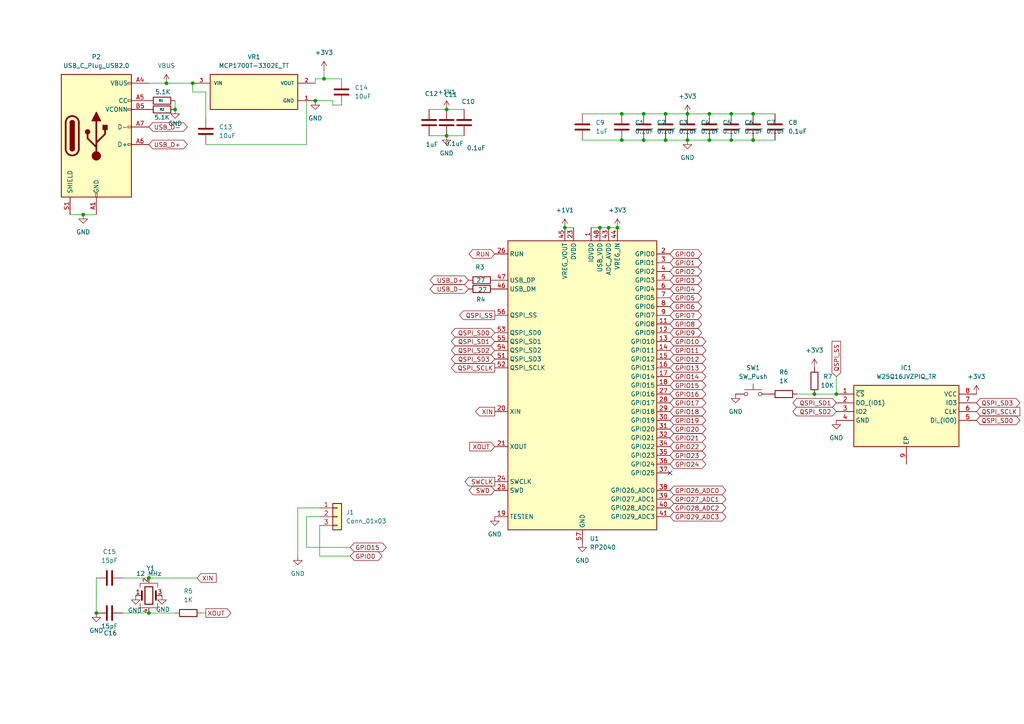
<source format=kicad_sch>
(kicad_sch (version 20250114) (generator "eeschema") (generator_version "9.0")
  (paper "A4")
  (lib_symbols
    (symbol "Connector:USB_C_Plug_USB2.0" (pin_names (offset 1.016))
      (property "Reference" "P" (at -10.16 19.05 0))
      (property "Value" "USB_C_Plug_USB2.0" (at 12.7 19.05 0))
      (symbol "USB_C_Plug_USB2.0_0_0"
        (rectangle (start -0.254 -17.78) (end 0.254 -16.764))
        (rectangle (start 10.16 15.494) (end 9.144 14.986))
        (rectangle (start 10.16 10.414) (end 9.144 9.906))
        (rectangle (start 10.16 7.874) (end 9.144 7.366))
        (rectangle (start 10.16 2.794) (end 9.144 2.286))
        (rectangle (start 10.16 -2.286) (end 9.144 -2.794))
      )
      (symbol "USB_C_Plug_USB2.0_0_1"
        (rectangle (start -10.16 17.78) (end 10.16 -17.78) (stroke (width 0.254)) (fill (type background)))
        (polyline (pts (xy -8.89 -3.81) (xy -8.89 3.81)) (stroke (width 0.508)))
        (rectangle (start -7.62 -3.81) (end -6.35 3.81) (stroke (width 0.254)) (fill (type outline)))
        (arc (start -7.62 3.81) (mid -6.985 4.4423) (end -6.35 3.81) (stroke (width 0.254)))
        (arc (start -7.62 3.81) (mid -6.985 4.4423) (end -6.35 3.81) (stroke (width 0.254)) (fill (type outline)))
        (arc (start -8.89 3.81) (mid -6.985 5.7067) (end -5.08 3.81) (stroke (width 0.508)))
        (arc (start -5.08 -3.81) (mid -6.985 -5.7067) (end -8.89 -3.81) (stroke (width 0.508)))
        (arc (start -6.35 -3.81) (mid -6.985 -4.4423) (end -7.62 -3.81) (stroke (width 0.254)))
        (arc (start -6.35 -3.81) (mid -6.985 -4.4423) (end -7.62 -3.81) (stroke (width 0.254)) (fill (type outline)))
        (polyline (pts (xy -5.08 3.81) (xy -5.08 -3.81)) (stroke (width 0.508)))
        (circle (center -2.54 1.143) (radius 0.635) (stroke (width 0.254)) (fill (type outline)))
        (polyline (pts (xy -1.27 4.318) (xy 0 6.858) (xy 1.27 4.318) (xy -1.27 4.318)) (stroke (width 0.254)) (fill (type outline)))
        (polyline (pts (xy 0 -2.032) (xy 2.54 0.508) (xy 2.54 1.778)) (stroke (width 0.508)))
        (polyline (pts (xy 0 -3.302) (xy -2.54 -0.762) (xy -2.54 0.508)) (stroke (width 0.508)))
        (polyline (pts (xy 0 -5.842) (xy 0 4.318)) (stroke (width 0.508)))
        (circle (center 0 -5.842) (radius 1.27) (fill (type outline)))
        (rectangle (start 1.905 1.778) (end 3.175 3.048) (stroke (width 0.254)) (fill (type outline)))
      )
      (symbol "USB_C_Plug_USB2.0_1_1"
        (pin passive line (at -7.62 -22.86 90) (length 5.08) (name "SHIELD") (number "S1"))
        (pin passive line (at 0 -22.86 90) (length 5.08) (name "GND") (number "A1"))
        (pin passive line (at 0 -22.86 90) (length 5.08) (hide yes) (name "GND") (number "A12"))
        (pin passive line (at 0 -22.86 90) (length 5.08) (hide yes) (name "GND") (number "B1"))
        (pin passive line (at 0 -22.86 90) (length 5.08) (hide yes) (name "GND") (number "B12"))
        (pin passive line (at 15.24 15.24 180) (length 5.08) (name "VBUS") (number "A4"))
        (pin passive line (at 15.24 15.24 180) (length 5.08) (hide yes) (name "VBUS") (number "A9"))
        (pin passive line (at 15.24 15.24 180) (length 5.08) (hide yes) (name "VBUS") (number "B4"))
        (pin passive line (at 15.24 15.24 180) (length 5.08) (hide yes) (name "VBUS") (number "B9"))
        (pin bidirectional line (at 15.24 10.16 180) (length 5.08) (name "CC") (number "A5"))
        (pin bidirectional line (at 15.24 7.62 180) (length 5.08) (name "VCONN") (number "B5"))
        (pin bidirectional line (at 15.24 2.54 180) (length 5.08) (name "D-") (number "A7"))
        (pin bidirectional line (at 15.24 -2.54 180) (length 5.08) (name "D+") (number "A6"))
      )
    )
    (symbol "Connector_Generic:Conn_01x03" (pin_names (offset 1.016) (hide yes))
      (property "Reference" "J" (at 0 5.08 0))
      (property "Value" "Conn_01x03" (at 0 -5.08 0))
      (symbol "Conn_01x03_1_1"
        (rectangle (start -1.27 3.81) (end 1.27 -3.81) (stroke (width 0.254)) (fill (type background)))
        (rectangle (start -1.27 2.667) (end 0 2.413) (stroke (width 0.1524)))
        (rectangle (start -1.27 0.127) (end 0 -0.127) (stroke (width 0.1524)))
        (rectangle (start -1.27 -2.413) (end 0 -2.667) (stroke (width 0.1524)))
        (pin passive line (at -5.08 2.54 0) (length 3.81) (name "Pin_1") (number "1"))
        (pin passive line (at -5.08 0 0) (length 3.81) (name "Pin_2") (number "2"))
        (pin passive line (at -5.08 -2.54 0) (length 3.81) (name "Pin_3") (number "3"))
      )
    )
    (symbol "Device:C" (pin_numbers (hide yes)) (pin_names (offset 0.254))
      (property "Reference" "C" (at 0.635 2.54 0))
      (property "Value" "C" (at 0.635 -2.54 0))
      (symbol "C_0_1"
        (polyline (pts (xy -2.032 0.762) (xy 2.032 0.762)) (stroke (width 0.508)))
        (polyline (pts (xy -2.032 -0.762) (xy 2.032 -0.762)) (stroke (width 0.508)))
      )
      (symbol "C_1_1"
        (pin passive line (at 0 3.81 270) (length 2.794) (name "~") (number "1"))
        (pin passive line (at 0 -3.81 90) (length 2.794) (name "~") (number "2"))
      )
    )
    (symbol "Device:Crystal_GND24" (pin_names (offset 1.016) (hide yes))
      (property "Reference" "Y" (at 3.175 5.08 0))
      (property "Value" "Crystal_GND24" (at 3.175 3.175 0))
      (symbol "Crystal_GND24_0_1"
        (polyline (pts (xy -2.54 2.286) (xy -2.54 3.556) (xy 2.54 3.556) (xy 2.54 2.286)))
        (polyline (pts (xy -2.54 0) (xy -2.032 0)))
        (polyline (pts (xy -2.54 -2.286) (xy -2.54 -3.556) (xy 2.54 -3.556) (xy 2.54 -2.286)))
        (polyline (pts (xy -2.032 -1.27) (xy -2.032 1.27)) (stroke (width 0.508)))
        (rectangle (start -1.143 2.54) (end 1.143 -2.54) (stroke (width 0.3048)))
        (polyline (pts (xy 0 3.556) (xy 0 3.81)))
        (polyline (pts (xy 0 -3.81) (xy 0 -3.556)))
        (polyline (pts (xy 2.032 0) (xy 2.54 0)))
        (polyline (pts (xy 2.032 -1.27) (xy 2.032 1.27)) (stroke (width 0.508)))
      )
      (symbol "Crystal_GND24_1_1"
        (pin passive line (at -3.81 0 0) (length 1.27) (name "1") (number "1"))
        (pin passive line (at 0 5.08 270) (length 1.27) (name "2") (number "2"))
        (pin passive line (at 0 -5.08 90) (length 1.27) (name "4") (number "4"))
        (pin passive line (at 3.81 0 180) (length 1.27) (name "3") (number "3"))
      )
    )
    (symbol "Device:R" (pin_numbers (hide yes)) (pin_names (offset 0))
      (property "Reference" "R" (at 2.032 0 90))
      (property "Value" "R" (at 0 0 90))
      (symbol "R_0_1"
        (rectangle (start -1.016 -2.54) (end 1.016 2.54) (stroke (width 0.254)))
      )
      (symbol "R_1_1"
        (pin passive line (at 0 3.81 270) (length 1.27) (name "~") (number "1"))
        (pin passive line (at 0 -3.81 90) (length 1.27) (name "~") (number "2"))
      )
    )
    (symbol "FllashMem:W25Q16JVZPIQ_TR"
      (property "Reference" "IC" (at 36.83 7.62 0))
      (property "Value" "W25Q16JVZPIQ_TR" (at 36.83 5.08 0))
      (symbol "W25Q16JVZPIQ_TR_1_1"
        (rectangle (start 5.08 2.54) (end 35.56 -15.24) (stroke (width 0.254)) (fill (type background)))
        (pin passive line (at 0 0 0) (length 5.08) (name "~{CS}") (number "1"))
        (pin passive line (at 0 -2.54 0) (length 5.08) (name "DO_(IO1)") (number "2"))
        (pin passive line (at 0 -5.08 0) (length 5.08) (name "IO2") (number "3"))
        (pin passive line (at 0 -7.62 0) (length 5.08) (name "GND") (number "4"))
        (pin passive line (at 20.32 -20.32 90) (length 5.08) (name "EP") (number "9"))
        (pin passive line (at 40.64 0 180) (length 5.08) (name "VCC") (number "8"))
        (pin passive line (at 40.64 -2.54 180) (length 5.08) (name "IO3") (number "7"))
        (pin passive line (at 40.64 -5.08 180) (length 5.08) (name "CLK") (number "6"))
        (pin passive line (at 40.64 -7.62 180) (length 5.08) (name "DI_(IO0)") (number "5"))
      )
    )
    (symbol "MCU_RaspberryPi:RP2040"
      (property "Reference" "U" (at 17.78 45.72 0))
      (property "Value" "RP2040" (at 17.78 43.18 0))
      (symbol "RP2040_0_1"
        (rectangle (start -21.59 41.91) (end 21.59 -41.91) (stroke (width 0.254)) (fill (type background)))
      )
      (symbol "RP2040_1_1"
        (pin input line (at -25.4 38.1 0) (length 3.81) (name "RUN") (number "26"))
        (pin bidirectional line (at -25.4 30.48 0) (length 3.81) (name "USB_DP") (number "47"))
        (pin bidirectional line (at -25.4 27.94 0) (length 3.81) (name "USB_DM") (number "46"))
        (pin bidirectional line (at -25.4 20.32 0) (length 3.81) (name "QSPI_SS") (number "56"))
        (pin bidirectional line (at -25.4 15.24 0) (length 3.81) (name "QSPI_SD0") (number "53"))
        (pin bidirectional line (at -25.4 12.7 0) (length 3.81) (name "QSPI_SD1") (number "55"))
        (pin bidirectional line (at -25.4 10.16 0) (length 3.81) (name "QSPI_SD2") (number "54"))
        (pin bidirectional line (at -25.4 7.62 0) (length 3.81) (name "QSPI_SD3") (number "51"))
        (pin output line (at -25.4 5.08 0) (length 3.81) (name "QSPI_SCLK") (number "52"))
        (pin input line (at -25.4 -7.62 0) (length 3.81) (name "XIN") (number "20"))
        (pin passive line (at -25.4 -17.78 0) (length 3.81) (name "XOUT") (number "21"))
        (pin input line (at -25.4 -27.94 0) (length 3.81) (name "SWCLK") (number "24"))
        (pin bidirectional line (at -25.4 -30.48 0) (length 3.81) (name "SWD") (number "25"))
        (pin input line (at -25.4 -38.1 0) (length 3.81) (name "TESTEN") (number "19"))
        (pin power_out line (at -5.08 45.72 270) (length 3.81) (name "VREG_VOUT") (number "45"))
        (pin power_in line (at -2.54 45.72 270) (length 3.81) (name "DVDD") (number "23"))
        (pin passive line (at -2.54 45.72 270) (length 3.81) (hide yes) (name "DVDD") (number "50"))
        (pin power_in line (at 0 -45.72 90) (length 3.81) (name "GND") (number "57"))
        (pin power_in line (at 2.54 45.72 270) (length 3.81) (name "IOVDD") (number "1"))
        (pin passive line (at 2.54 45.72 270) (length 3.81) (hide yes) (name "IOVDD") (number "10"))
        (pin passive line (at 2.54 45.72 270) (length 3.81) (hide yes) (name "IOVDD") (number "22"))
        (pin passive line (at 2.54 45.72 270) (length 3.81) (hide yes) (name "IOVDD") (number "33"))
        (pin passive line (at 2.54 45.72 270) (length 3.81) (hide yes) (name "IOVDD") (number "42"))
        (pin passive line (at 2.54 45.72 270) (length 3.81) (hide yes) (name "IOVDD") (number "49"))
        (pin power_in line (at 5.08 45.72 270) (length 3.81) (name "USB_VDD") (number "48"))
        (pin power_in line (at 7.62 45.72 270) (length 3.81) (name "ADC_AVDD") (number "43"))
        (pin power_in line (at 10.16 45.72 270) (length 3.81) (name "VREG_IN") (number "44"))
        (pin bidirectional line (at 25.4 38.1 180) (length 3.81) (name "GPIO0") (number "2"))
        (pin bidirectional line (at 25.4 35.56 180) (length 3.81) (name "GPIO1") (number "3"))
        (pin bidirectional line (at 25.4 33.02 180) (length 3.81) (name "GPIO2") (number "4"))
        (pin bidirectional line (at 25.4 30.48 180) (length 3.81) (name "GPIO3") (number "5"))
        (pin bidirectional line (at 25.4 27.94 180) (length 3.81) (name "GPIO4") (number "6"))
        (pin bidirectional line (at 25.4 25.4 180) (length 3.81) (name "GPIO5") (number "7"))
        (pin bidirectional line (at 25.4 22.86 180) (length 3.81) (name "GPIO6") (number "8"))
        (pin bidirectional line (at 25.4 20.32 180) (length 3.81) (name "GPIO7") (number "9"))
        (pin bidirectional line (at 25.4 17.78 180) (length 3.81) (name "GPIO8") (number "11"))
        (pin bidirectional line (at 25.4 15.24 180) (length 3.81) (name "GPIO9") (number "12"))
        (pin bidirectional line (at 25.4 12.7 180) (length 3.81) (name "GPIO10") (number "13"))
        (pin bidirectional line (at 25.4 10.16 180) (length 3.81) (name "GPIO11") (number "14"))
        (pin bidirectional line (at 25.4 7.62 180) (length 3.81) (name "GPIO12") (number "15"))
        (pin bidirectional line (at 25.4 5.08 180) (length 3.81) (name "GPIO13") (number "16"))
        (pin bidirectional line (at 25.4 2.54 180) (length 3.81) (name "GPIO14") (number "17"))
        (pin bidirectional line (at 25.4 0 180) (length 3.81) (name "GPIO15") (number "18"))
        (pin bidirectional line (at 25.4 -2.54 180) (length 3.81) (name "GPIO16") (number "27"))
        (pin bidirectional line (at 25.4 -5.08 180) (length 3.81) (name "GPIO17") (number "28"))
        (pin bidirectional line (at 25.4 -7.62 180) (length 3.81) (name "GPIO18") (number "29"))
        (pin bidirectional line (at 25.4 -10.16 180) (length 3.81) (name "GPIO19") (number "30"))
        (pin bidirectional line (at 25.4 -12.7 180) (length 3.81) (name "GPIO20") (number "31"))
        (pin bidirectional line (at 25.4 -15.24 180) (length 3.81) (name "GPIO21") (number "32"))
        (pin bidirectional line (at 25.4 -17.78 180) (length 3.81) (name "GPIO22") (number "34"))
        (pin bidirectional line (at 25.4 -20.32 180) (length 3.81) (name "GPIO23") (number "35"))
        (pin bidirectional line (at 25.4 -22.86 180) (length 3.81) (name "GPIO24") (number "36"))
        (pin bidirectional line (at 25.4 -25.4 180) (length 3.81) (name "GPIO25") (number "37"))
        (pin bidirectional line (at 25.4 -30.48 180) (length 3.81) (name "GPIO26_ADC0") (number "38"))
        (pin bidirectional line (at 25.4 -33.02 180) (length 3.81) (name "GPIO27_ADC1") (number "39"))
        (pin bidirectional line (at 25.4 -35.56 180) (length 3.81) (name "GPIO28_ADC2") (number "40"))
        (pin bidirectional line (at 25.4 -38.1 180) (length 3.81) (name "GPIO29_ADC3") (number "41"))
      )
    )
    (symbol "MPC:MCP1700T-3302E_TT" (pin_names (offset 1.016))
      (property "Reference" "VR" (at -12.7 6.08 0))
      (property "Value" "MCP1700T-3302E_TT" (at -12.7 -7.62 0))
      (symbol "MCP1700T-3302E_TT_0_0"
        (rectangle (start -12.7 -5.08) (end 12.7 5.08) (stroke (width 0.254)) (fill (type background)))
        (pin input line (at -17.78 2.54 0) (length 5.08) (name "VIN") (number "3"))
        (pin output line (at 17.78 2.54 180) (length 5.08) (name "VOUT") (number "2"))
        (pin power_in line (at 17.78 -2.54 180) (length 5.08) (name "GND") (number "1"))
      )
    )
    (symbol "Switch:SW_Push" (pin_numbers (hide yes)) (pin_names (offset 1.016) (hide yes))
      (property "Reference" "SW" (at 1.27 2.54 0))
      (property "Value" "SW_Push" (at 0 -1.524 0))
      (symbol "SW_Push_0_1"
        (circle (center -2.032 0) (radius 0.508))
        (polyline (pts (xy 0 1.27) (xy 0 3.048)))
        (circle (center 2.032 0) (radius 0.508))
        (polyline (pts (xy 2.54 1.27) (xy -2.54 1.27)))
        (pin passive line (at -5.08 0 0) (length 2.54) (name "1") (number "1"))
        (pin passive line (at 5.08 0 180) (length 2.54) (name "2") (number "2"))
      )
    )
    (symbol "power:+1V1" (power) (pin_numbers (hide yes)) (pin_names (offset 0) (hide yes))
      (property "Value" "+1V1" (at 0 3.556 0))
      (symbol "+1V1_0_1"
        (polyline (pts (xy -0.762 1.27) (xy 0 2.54)))
        (polyline (pts (xy 0 2.54) (xy 0.762 1.27)))
        (polyline (pts (xy 0 0) (xy 0 2.54)))
      )
      (symbol "+1V1_1_1"
        (pin power_in line (at 0 0 90) (length 0) (name "~") (number "1"))
      )
    )
    (symbol "power:+3V3" (power) (pin_numbers (hide yes)) (pin_names (offset 0) (hide yes))
      (property "Value" "+3V3" (at 0 3.556 0))
      (symbol "+3V3_0_1"
        (polyline (pts (xy -0.762 1.27) (xy 0 2.54)))
        (polyline (pts (xy 0 2.54) (xy 0.762 1.27)))
        (polyline (pts (xy 0 0) (xy 0 2.54)))
      )
      (symbol "+3V3_1_1"
        (pin power_in line (at 0 0 90) (length 0) (name "~") (number "1"))
      )
    )
    (symbol "power:GND" (power) (pin_numbers (hide yes)) (pin_names (offset 0) (hide yes))
      (property "Value" "GND" (at 0 -3.81 0))
      (symbol "GND_0_1"
        (polyline (pts (xy 0 0) (xy 0 -1.27) (xy 1.27 -1.27) (xy 0 -2.54) (xy -1.27 -1.27) (xy 0 -1.27)))
      )
      (symbol "GND_1_1"
        (pin power_in line (at 0 0 270) (length 0) (name "~") (number "1"))
      )
    )
    (symbol "power:VBUS" (power) (pin_numbers (hide yes)) (pin_names (offset 0) (hide yes))
      (property "Value" "VBUS" (at 0 3.556 0))
      (symbol "VBUS_0_1"
        (polyline (pts (xy -0.762 1.27) (xy 0 2.54)))
        (polyline (pts (xy 0 2.54) (xy 0.762 1.27)))
        (polyline (pts (xy 0 0) (xy 0 2.54)))
      )
      (symbol "VBUS_1_1"
        (pin power_in line (at 0 0 90) (length 0) (name "~") (number "1"))
      )
    )
  )
  (junction (at 55.88 24.13))
  (junction (at 43.18 167.64))
  (junction (at 180.34 33.02))
  (junction (at 199.39 33.02))
  (junction (at 218.44 40.64))
  (junction (at 129.54 39.37))
  (junction (at 91.44 29.21))
  (junction (at 50.8 31.75))
  (junction (at 186.69 40.64))
  (junction (at 205.74 33.02))
  (junction (at 212.09 33.02))
  (junction (at 193.04 40.64))
  (junction (at 173.99 66.04))
  (junction (at 176.53 66.04))
  (junction (at 163.83 66.04))
  (junction (at 199.39 40.64))
  (junction (at 24.13 62.23))
  (junction (at 43.18 177.8))
  (junction (at 180.34 40.64))
  (junction (at 205.74 40.64))
  (junction (at 27.94 177.8))
  (junction (at 48.26 24.13))
  (junction (at 218.44 33.02))
  (junction (at 193.04 33.02))
  (junction (at 93.98 22.86))
  (junction (at 129.54 31.75))
  (junction (at 212.09 40.64))
  (junction (at 242.57 114.3))
  (junction (at 236.22 114.3))
  (junction (at 179.07 66.04))
  (junction (at 186.69 33.02))
  (no_connect (at 194.31 137.16))
  (wire (pts (xy 92.71 161.29) (xy 92.71 152.4)))
  (wire (pts (xy 205.74 40.64) (xy 212.09 40.64)))
  (wire (pts (xy 129.54 31.75) (xy 134.62 31.75)))
  (wire (pts (xy 163.83 66.04) (xy 166.37 66.04)))
  (wire (pts (xy 180.34 33.02) (xy 186.69 33.02)))
  (wire (pts (xy 124.46 39.37) (xy 129.54 39.37)))
  (wire (pts (xy 27.94 167.64) (xy 27.94 177.8)))
  (wire (pts (xy 173.99 66.04) (xy 176.53 66.04)))
  (wire (pts (xy 236.22 114.3) (xy 242.57 114.3)))
  (wire (pts (xy 186.69 33.02) (xy 193.04 33.02)))
  (wire (pts (xy 20.32 62.23) (xy 24.13 62.23)))
  (wire (pts (xy 59.69 34.29) (xy 59.69 26.67)))
  (wire (pts (xy 168.91 33.02) (xy 180.34 33.02)))
  (wire (pts (xy 129.54 39.37) (xy 134.62 39.37)))
  (wire (pts (xy 171.45 66.04) (xy 173.99 66.04)))
  (wire (pts (xy 212.09 40.64) (xy 218.44 40.64)))
  (wire (pts (xy 93.98 20.32) (xy 93.98 22.86)))
  (wire (pts (xy 35.56 167.64) (xy 43.18 167.64)))
  (wire (pts (xy 43.18 167.64) (xy 57.15 167.64)))
  (wire (pts (xy 193.04 40.64) (xy 199.39 40.64)))
  (wire (pts (xy 88.9 41.91) (xy 88.9 29.21)))
  (wire (pts (xy 43.18 24.13) (xy 48.26 24.13)))
  (wire (pts (xy 99.06 22.86) (xy 93.98 22.86)))
  (wire (pts (xy 88.9 149.86) (xy 92.71 149.86)))
  (wire (pts (xy 124.46 31.75) (xy 129.54 31.75)))
  (wire (pts (xy 24.13 62.23) (xy 27.94 62.23)))
  (wire (pts (xy 55.88 26.67) (xy 55.88 24.13)))
  (wire (pts (xy 205.74 33.02) (xy 212.09 33.02)))
  (wire (pts (xy 212.09 33.02) (xy 218.44 33.02)))
  (wire (pts (xy 218.44 33.02) (xy 224.79 33.02)))
  (wire (pts (xy 96.52 30.48) (xy 96.52 29.21)))
  (wire (pts (xy 35.56 177.8) (xy 43.18 177.8)))
  (wire (pts (xy 99.06 30.48) (xy 96.52 30.48)))
  (wire (pts (xy 218.44 40.64) (xy 224.79 40.64)))
  (wire (pts (xy 93.98 22.86) (xy 91.44 22.86)))
  (wire (pts (xy 86.36 147.32) (xy 92.71 147.32)))
  (wire (pts (xy 186.69 40.64) (xy 193.04 40.64)))
  (wire (pts (xy 88.9 158.75) (xy 88.9 149.86)))
  (wire (pts (xy 199.39 40.64) (xy 205.74 40.64)))
  (wire (pts (xy 59.69 41.91) (xy 88.9 41.91)))
  (wire (pts (xy 96.52 29.21) (xy 91.44 29.21)))
  (wire (pts (xy 168.91 40.64) (xy 180.34 40.64)))
  (wire (pts (xy 280.67 121.92) (xy 283.21 121.92)))
  (wire (pts (xy 231.14 114.3) (xy 236.22 114.3)))
  (wire (pts (xy 242.57 109.22) (xy 242.57 114.3)))
  (wire (pts (xy 59.69 26.67) (xy 55.88 26.67)))
  (wire (pts (xy 101.6 161.29) (xy 92.71 161.29)))
  (wire (pts (xy 193.04 33.02) (xy 199.39 33.02)))
  (wire (pts (xy 59.69 177.8) (xy 58.42 177.8)))
  (wire (pts (xy 50.8 29.21) (xy 50.8 31.75)))
  (wire (pts (xy 176.53 66.04) (xy 179.07 66.04)))
  (wire (pts (xy 86.36 147.32) (xy 86.36 161.29)))
  (wire (pts (xy 48.26 24.13) (xy 55.88 24.13)))
  (wire (pts (xy 43.18 177.8) (xy 50.8 177.8)))
  (wire (pts (xy 91.44 22.86) (xy 91.44 24.13)))
  (wire (pts (xy 88.9 29.21) (xy 91.44 29.21)))
  (wire (pts (xy 101.6 158.75) (xy 88.9 158.75)))
  (wire (pts (xy 180.34 40.64) (xy 186.69 40.64)))
  (wire (pts (xy 199.39 33.02) (xy 205.74 33.02)))
  (global_label "QSPI_SD2" (shape bidirectional) (at 143.51 101.6 180) (property "Intersheetrefs" "${INTERSHEET_REFS}" (effects (hide yes))))
  (global_label "GPIO22" (shape bidirectional) (at 194.31 129.54 0) (property "Intersheetrefs" "${INTERSHEET_REFS}" (effects (hide yes))))
  (global_label "QSPI_SD1" (shape bidirectional) (at 143.51 99.06 180) (property "Intersheetrefs" "${INTERSHEET_REFS}" (effects (hide yes))))
  (global_label "RUN" (shape bidirectional) (at 143.51 73.66 180) (property "Intersheetrefs" "${INTERSHEET_REFS}" (effects (hide yes))))
  (global_label "GPIO28_ADC2" (shape bidirectional) (at 194.31 147.32 0) (property "Intersheetrefs" "${INTERSHEET_REFS}" (effects (hide yes))))
  (global_label "QSPI_SD2" (shape bidirectional) (at 242.57 119.38 180) (property "Intersheetrefs" "${INTERSHEET_REFS}" (effects (hide yes))))
  (global_label "QSPI_SCLK" (shape output) (at 143.51 106.68 180) (property "Intersheetrefs" "${INTERSHEET_REFS}" (effects (hide yes))))
  (global_label "QSPI_SCLK" (shape input) (at 283.21 119.38 0) (property "Intersheetrefs" "${INTERSHEET_REFS}" (effects (hide yes))))
  (global_label "GPIO26_ADC0" (shape bidirectional) (at 194.31 142.24 0) (property "Intersheetrefs" "${INTERSHEET_REFS}" (effects (hide yes))))
  (global_label "SWD" (shape bidirectional) (at 143.51 142.24 180) (property "Intersheetrefs" "${INTERSHEET_REFS}" (effects (hide yes))))
  (global_label "GPIO10" (shape bidirectional) (at 194.31 99.06 0) (property "Intersheetrefs" "${INTERSHEET_REFS}" (effects (hide yes))))
  (global_label "GPIO0" (shape bidirectional) (at 194.31 73.66 0) (property "Intersheetrefs" "${INTERSHEET_REFS}" (effects (hide yes))))
  (global_label "GPIO19" (shape bidirectional) (at 194.31 121.92 0) (property "Intersheetrefs" "${INTERSHEET_REFS}" (effects (hide yes))))
  (global_label "GPIO16" (shape bidirectional) (at 194.31 114.3 0) (property "Intersheetrefs" "${INTERSHEET_REFS}" (effects (hide yes))))
  (global_label "GPIO9" (shape bidirectional) (at 194.31 96.52 0) (property "Intersheetrefs" "${INTERSHEET_REFS}" (effects (hide yes))))
  (global_label "GPIO8" (shape bidirectional) (at 194.31 93.98 0) (property "Intersheetrefs" "${INTERSHEET_REFS}" (effects (hide yes))))
  (global_label "QSPI_SS" (shape output) (at 143.51 91.44 180) (property "Intersheetrefs" "${INTERSHEET_REFS}" (effects (hide yes))))
  (global_label "USB_D-" (shape bidirectional) (at 43.18 36.83 0) (property "Intersheetrefs" "${INTERSHEET_REFS}" (effects (hide yes))))
  (global_label "USB_D+" (shape bidirectional) (at 43.18 41.91 0) (property "Intersheetrefs" "${INTERSHEET_REFS}" (effects (hide yes))))
  (global_label "GPIO4" (shape bidirectional) (at 194.31 83.82 0) (property "Intersheetrefs" "${INTERSHEET_REFS}" (effects (hide yes))))
  (global_label "SWCLK" (shape output) (at 143.51 139.7 180) (property "Intersheetrefs" "${INTERSHEET_REFS}" (effects (hide yes))))
  (global_label "QSPI_SD0" (shape bidirectional) (at 283.21 121.92 0) (property "Intersheetrefs" "${INTERSHEET_REFS}" (effects (hide yes))))
  (global_label "QSPI_SD1" (shape bidirectional) (at 242.57 116.84 180) (property "Intersheetrefs" "${INTERSHEET_REFS}" (effects (hide yes))))
  (global_label "GPIO15" (shape bidirectional) (at 101.6 158.75 0) (property "Intersheetrefs" "${INTERSHEET_REFS}" (effects (hide yes))))
  (global_label "GPIO20" (shape bidirectional) (at 194.31 124.46 0) (property "Intersheetrefs" "${INTERSHEET_REFS}" (effects (hide yes))))
  (global_label "GPIO29_ADC3" (shape bidirectional) (at 194.31 149.86 0) (property "Intersheetrefs" "${INTERSHEET_REFS}" (effects (hide yes))))
  (global_label "GPIO14" (shape bidirectional) (at 194.31 109.22 0) (property "Intersheetrefs" "${INTERSHEET_REFS}" (effects (hide yes))))
  (global_label "GPIO2" (shape bidirectional) (at 194.31 78.74 0) (property "Intersheetrefs" "${INTERSHEET_REFS}" (effects (hide yes))))
  (global_label "GPIO0" (shape bidirectional) (at 101.6 161.29 0) (property "Intersheetrefs" "${INTERSHEET_REFS}" (effects (hide yes))))
  (global_label "GPIO7" (shape bidirectional) (at 194.31 91.44 0) (property "Intersheetrefs" "${INTERSHEET_REFS}" (effects (hide yes))))
  (global_label "QSPI_SD3" (shape bidirectional) (at 143.51 104.14 180) (property "Intersheetrefs" "${INTERSHEET_REFS}" (effects (hide yes))))
  (global_label "QSPI_SD3" (shape bidirectional) (at 283.21 116.84 0) (property "Intersheetrefs" "${INTERSHEET_REFS}" (effects (hide yes))))
  (global_label "GPIO12" (shape bidirectional) (at 194.31 104.14 0) (property "Intersheetrefs" "${INTERSHEET_REFS}" (effects (hide yes))))
  (global_label "GPIO1" (shape bidirectional) (at 194.31 76.2 0) (property "Intersheetrefs" "${INTERSHEET_REFS}" (effects (hide yes))))
  (global_label "GPIO11" (shape bidirectional) (at 194.31 101.6 0) (property "Intersheetrefs" "${INTERSHEET_REFS}" (effects (hide yes))))
  (global_label "GPIO13" (shape bidirectional) (at 194.31 106.68 0) (property "Intersheetrefs" "${INTERSHEET_REFS}" (effects (hide yes))))
  (global_label "GPIO24" (shape bidirectional) (at 194.31 134.62 0) (property "Intersheetrefs" "${INTERSHEET_REFS}" (effects (hide yes))))
  (global_label "GPIO17" (shape bidirectional) (at 194.31 116.84 0) (property "Intersheetrefs" "${INTERSHEET_REFS}" (effects (hide yes))))
  (global_label "QSPI_SS" (shape input) (at 242.57 109.22 90) (property "Intersheetrefs" "${INTERSHEET_REFS}" (effects (hide yes))))
  (global_label "XOUT" (shape output) (at 59.69 177.8 0) (property "Intersheetrefs" "${INTERSHEET_REFS}" (effects (hide yes))))
  (global_label "USB_D-" (shape bidirectional) (at 135.89 83.82 180) (property "Intersheetrefs" "${INTERSHEET_REFS}" (effects (hide yes))))
  (global_label "QSPI_SD0" (shape bidirectional) (at 143.51 96.52 180) (property "Intersheetrefs" "${INTERSHEET_REFS}" (effects (hide yes))))
  (global_label "GPIO15" (shape bidirectional) (at 194.31 111.76 0) (property "Intersheetrefs" "${INTERSHEET_REFS}" (effects (hide yes))))
  (global_label "GPIO23" (shape bidirectional) (at 194.31 132.08 0) (property "Intersheetrefs" "${INTERSHEET_REFS}" (effects (hide yes))))
  (global_label "GPIO21" (shape bidirectional) (at 194.31 127 0) (property "Intersheetrefs" "${INTERSHEET_REFS}" (effects (hide yes))))
  (global_label "XIN" (shape input) (at 57.15 167.64 0) (property "Intersheetrefs" "${INTERSHEET_REFS}" (effects (hide yes))))
  (global_label "GPIO18" (shape bidirectional) (at 194.31 119.38 0) (property "Intersheetrefs" "${INTERSHEET_REFS}" (effects (hide yes))))
  (global_label "XOUT" (shape input) (at 143.51 129.54 180) (property "Intersheetrefs" "${INTERSHEET_REFS}" (effects (hide yes))))
  (global_label "GPIO5" (shape bidirectional) (at 194.31 86.36 0) (property "Intersheetrefs" "${INTERSHEET_REFS}" (effects (hide yes))))
  (global_label "GPIO6" (shape bidirectional) (at 194.31 88.9 0) (property "Intersheetrefs" "${INTERSHEET_REFS}" (effects (hide yes))))
  (global_label "GPIO27_ADC1" (shape bidirectional) (at 194.31 144.78 0) (property "Intersheetrefs" "${INTERSHEET_REFS}" (effects (hide yes))))
  (global_label "XIN" (shape output) (at 143.51 119.38 180) (property "Intersheetrefs" "${INTERSHEET_REFS}" (effects (hide yes))))
  (global_label "USB_D+" (shape bidirectional) (at 135.89 81.28 180) (property "Intersheetrefs" "${INTERSHEET_REFS}" (effects (hide yes))))
  (global_label "GPIO3" (shape bidirectional) (at 194.31 81.28 0) (property "Intersheetrefs" "${INTERSHEET_REFS}" (effects (hide yes))))
  (symbol (lib_id "power:+3V3") (at 236.22 106.68 0) (unit 1)
    (property "Reference" "#PWR018" (effects (hide yes)))
    (property "Value" "+3V3" (at 236.22 101.6 0))
    (property "Description" "Power symbol creates a global label with name \"+3V3\"" (effects (hide yes)))
  )
  (symbol (lib_id "Device:C") (at 180.34 36.83 0) (unit 1)
    (property "Reference" "C1" (at 184.15 35.5599 0) (effects (justify left)))
    (property "Value" "0.1uF" (at 184.15 38.0999 0) (effects (justify left)))
    (property "Footprint" "Capacitor_SMD:C_0402_1005Metric" (effects (hide yes)))
    (property "Description" "Unpolarized capacitor" (effects (hide yes)))
  )
  (symbol (lib_id "power:GND") (at 168.91 157.48 0) (unit 1)
    (property "Reference" "#PWR07" (effects (hide yes)))
    (property "Value" "GND" (at 168.91 162.56 0))
    (property "Description" "Power symbol creates a global label with name \"GND\" , ground" (effects (hide yes)))
  )
  (symbol (lib_id "Device:C") (at 99.06 26.67 0) (unit 1)
    (property "Reference" "C14" (at 102.87 25.3999 0) (effects (justify left)))
    (property "Value" "10uF" (at 102.87 27.9399 0) (effects (justify left)))
    (property "Footprint" "Capacitor_SMD:C_0603_1608Metric_Pad1.08x0.95mm_HandSolder" (effects (hide yes)))
    (property "Description" "Unpolarized capacitor" (effects (hide yes)))
  )
  (symbol (lib_id "Connector_Generic:Conn_01x03") (at 97.79 149.86 0) (unit 1)
    (property "Reference" "J1" (at 100.33 148.5899 0) (effects (justify left)))
    (property "Value" "Conn_01x03" (at 100.33 151.1299 0) (effects (justify left)))
    (property "Footprint" "Connector_PinHeader_1.00mm:PinHeader_1x03_P1.00mm_Vertical" (effects (hide yes)))
    (property "Description" "Generic connector, single row, 01x03, script generated (kicad-library-utils/schlib/autogen/connector/)" (effects (hide yes)))
  )
  (symbol (lib_id "Device:R") (at 46.99 29.21 90) (unit 1)
    (property "Reference" "R1" (at 46.736 29.21 90) (effects (font (size 0.635 0.635))))
    (property "Value" "5.1K" (at 47.244 26.67 90))
    (property "Footprint" "Resistor_SMD:R_0402_1005Metric" (effects (hide yes)))
    (property "Description" "Resistor" (effects (hide yes)))
  )
  (symbol (lib_id "power:GND") (at 86.36 161.29 0) (unit 1)
    (property "Reference" "#PWR021" (effects (hide yes)))
    (property "Value" "GND" (at 86.36 166.37 0))
    (property "Description" "Power symbol creates a global label with name \"GND\" , ground" (effects (hide yes)))
  )
  (symbol (lib_id "power:+1V1") (at 129.54 31.75 0) (unit 1)
    (property "Reference" "#PWR06" (effects (hide yes)))
    (property "Value" "+1V1" (at 129.54 26.67 0))
    (property "Description" "Power symbol creates a global label with name \"+1V1\"" (effects (hide yes)))
  )
  (symbol (lib_id "Device:R") (at 227.33 114.3 90) (unit 1)
    (property "Reference" "R6" (at 227.33 107.95 90))
    (property "Value" "1K" (at 227.33 110.49 90))
    (property "Footprint" "Resistor_SMD:R_0402_1005Metric" (effects (hide yes)))
    (property "Description" "Resistor" (effects (hide yes)))
  )
  (symbol (lib_id "Device:C") (at 218.44 36.83 0) (unit 1)
    (property "Reference" "C7" (at 222.25 35.5599 0) (effects (justify left)))
    (property "Value" "0.1uF" (at 222.25 38.0999 0) (effects (justify left)))
    (property "Footprint" "Capacitor_SMD:C_0402_1005Metric" (effects (hide yes)))
    (property "Description" "Unpolarized capacitor" (effects (hide yes)))
  )
  (symbol (lib_id "power:GND") (at 129.54 39.37 0) (unit 1)
    (property "Reference" "#PWR05" (effects (hide yes)))
    (property "Value" "GND" (at 129.54 44.45 0))
    (property "Description" "Power symbol creates a global label with name \"GND\" , ground" (effects (hide yes)))
  )
  (symbol (lib_id "power:+3V3") (at 199.39 33.02 0) (unit 1)
    (property "Reference" "#PWR03" (effects (hide yes)))
    (property "Value" "+3V3" (at 199.39 27.94 0))
    (property "Description" "Power symbol creates a global label with name \"+3V3\"" (effects (hide yes)))
  )
  (symbol (lib_id "Device:C") (at 168.91 36.83 0) (unit 1)
    (property "Reference" "C9" (at 172.72 35.5599 0) (effects (justify left)))
    (property "Value" "1uF" (at 172.72 38.0999 0) (effects (justify left)))
    (property "Footprint" "Capacitor_SMD:C_0402_1005Metric" (effects (hide yes)))
    (property "Description" "Unpolarized capacitor" (effects (hide yes)))
  )
  (symbol (lib_id "Device:C") (at 129.54 35.56 0) (unit 1)
    (property "Reference" "C11" (at 128.778 27.432 0) (effects (justify left)))
    (property "Value" "0.1uF" (at 129.032 41.656 0) (effects (justify left)))
    (property "Footprint" "Capacitor_SMD:C_0402_1005Metric" (effects (hide yes)))
    (property "Description" "Unpolarized capacitor" (effects (hide yes)))
  )
  (symbol (lib_id "Device:R") (at 236.22 110.49 180) (unit 1)
    (property "Reference" "R7" (at 238.76 109.2199 0) (effects (justify right)))
    (property "Value" "10K" (at 237.998 111.76 0) (effects (justify right)))
    (property "Footprint" "Resistor_SMD:R_0402_1005Metric" (effects (hide yes)))
    (property "Description" "Resistor" (effects (hide yes)))
  )
  (symbol (lib_id "MCU_RaspberryPi:RP2040") (at 168.91 111.76 0) (unit 1)
    (property "Reference" "U1" (at 171.0533 156.21 0) (effects (justify left)))
    (property "Value" "RP2040" (at 171.0533 158.75 0) (effects (justify left)))
    (property "Footprint" "Package_DFN_QFN:QFN-56-1EP_7x7mm_P0.4mm_EP3.2x3.2mm" (effects (hide yes)))
    (property "Datasheet" "https://datasheets.raspberrypi.com/rp2040/rp2040-datasheet.pdf" (effects (hide yes)))
    (property "Description" "A microcontroller by Raspberry Pi" (effects (hide yes)))
  )
  (symbol (lib_id "Device:R") (at 139.7 83.82 90) (unit 1)
    (property "Reference" "R4" (at 139.446 86.868 90))
    (property "Value" "27" (at 139.954 84.074 90))
    (property "Footprint" "Resistor_SMD:R_0402_1005Metric" (effects (hide yes)))
    (property "Description" "Resistor" (effects (hide yes)))
  )
  (symbol (lib_id "power:+3V3") (at 283.21 114.3 0) (unit 1)
    (property "Reference" "#PWR017" (effects (hide yes)))
    (property "Value" "+3V3" (at 283.21 109.22 0))
    (property "Description" "Power symbol creates a global label with name \"+3V3\"" (effects (hide yes)))
  )
  (symbol (lib_id "power:GND") (at 27.94 177.8 0) (unit 1)
    (property "Reference" "#PWR015" (effects (hide yes)))
    (property "Value" "GND" (at 27.94 182.88 0))
    (property "Description" "Power symbol creates a global label with name \"GND\" , ground" (effects (hide yes)))
  )
  (symbol (lib_id "Device:C") (at 224.79 36.83 0) (unit 1)
    (property "Reference" "C8" (at 228.6 35.5599 0) (effects (justify left)))
    (property "Value" "0.1uF" (at 228.6 38.0999 0) (effects (justify left)))
    (property "Footprint" "Capacitor_SMD:C_0402_1005Metric" (effects (hide yes)))
    (property "Description" "Unpolarized capacitor" (effects (hide yes)))
  )
  (symbol (lib_id "power:GND") (at 199.39 40.64 0) (unit 1)
    (property "Reference" "#PWR04" (effects (hide yes)))
    (property "Value" "GND" (at 199.39 45.72 0))
    (property "Description" "Power symbol creates a global label with name \"GND\" , ground" (effects (hide yes)))
  )
  (symbol (lib_id "power:GND") (at 91.44 29.21 0) (unit 1)
    (property "Reference" "#PWR010" (effects (hide yes)))
    (property "Value" "GND" (at 91.44 34.29 0))
    (property "Description" "Power symbol creates a global label with name \"GND\" , ground" (effects (hide yes)))
  )
  (symbol (lib_id "power:+3V3") (at 179.07 66.04 0) (unit 1)
    (property "Reference" "#PWR02" (effects (hide yes)))
    (property "Value" "+3V3" (at 179.07 60.96 0))
    (property "Description" "Power symbol creates a global label with name \"+3V3\"" (effects (hide yes)))
  )
  (symbol (lib_id "Device:C") (at 186.69 36.83 0) (unit 1)
    (property "Reference" "C2" (at 190.5 35.5599 0) (effects (justify left)))
    (property "Value" "0.1uF" (at 190.5 38.0999 0) (effects (justify left)))
    (property "Footprint" "Capacitor_SMD:C_0402_1005Metric" (effects (hide yes)))
    (property "Description" "Unpolarized capacitor" (effects (hide yes)))
  )
  (symbol (lib_id "power:GND") (at 213.36 114.3 0) (unit 1)
    (property "Reference" "#PWR019" (effects (hide yes)))
    (property "Value" "GND" (at 213.36 119.38 0))
    (property "Description" "Power symbol creates a global label with name \"GND\" , ground" (effects (hide yes)))
  )
  (symbol (lib_id "Connector:USB_C_Plug_USB2.0") (at 27.94 39.37 0) (unit 1)
    (property "Reference" "P2" (at 27.94 16.51 0))
    (property "Value" "USB_C_Plug_USB2.0" (at 27.94 19.05 0))
    (property "Footprint" "Connector_USB:USB_C_Plug_Molex_105444" (effects (hide yes)))
    (property "Datasheet" "https://www.usb.org/sites/default/files/documents/usb_type-c.zip" (effects (hide yes)))
    (property "Description" "USB 2.0-only Type-C Plug connector" (effects (hide yes)))
  )
  (symbol (lib_id "power:+3V3") (at 93.98 20.32 0) (unit 1)
    (property "Reference" "#PWR012" (effects (hide yes)))
    (property "Value" "+3V3" (at 93.98 15.24 0))
    (property "Description" "Power symbol creates a global label with name \"+3V3\"" (effects (hide yes)))
  )
  (symbol (lib_id "MPC:MCP1700T-3302E_TT") (at 73.66 26.67 0) (unit 1)
    (property "Reference" "VR1" (at 73.66 16.51 0))
    (property "Value" "MCP1700T-3302E_TT" (at 73.66 19.05 0))
    (property "Footprint" "MPC:SOT95P237X112-3N" (effects (hide yes)))
    (property "MF" "Microchip" (effects (hide yes)))
    (property "SNAPEDA_PACKAGE_ID" "22705" (effects (hide yes)))
    (property "MAXIMUM_PACKAGE_HEIGHT" "1.12 mm" (effects (hide yes)))
    (property "Price" "None" (effects (hide yes)))
    (property "Package" "SOT-23 Microchip" (effects (hide yes)))
    (property "Check_prices" "https://www.snapeda.com/parts/MCP1700T-3302E/TT/Microchip+Technology/view-part/?ref=eda" (effects (hide yes)))
    (property "STANDARD" "IPC 7351B" (effects (hide yes)))
    (property "PARTREV" "E" (effects (hide yes)))
    (property "SnapEDA_Link" "https://www.snapeda.com/parts/MCP1700T-3302E/TT/Microchip+Technology/view-part/?ref=snap" (effects (hide yes)))
    (property "MP" "MCP1700T-3302E/TT" (effects (hide yes)))
    (property "Description_1" "Pwr Sply Func,Voltage Regulator,LDO,SOT-23,PD 369.6mW,VO 3.3V,Regline +/-0.75%/V | Microchip Technology Inc. MCP1700T-3302E/TT" (effects (hide yes)))
    (property "MANUFACTURER" "Microchip" (effects (hide yes)))
    (property "Availability" "In Stock" (effects (hide yes)))
    (property "SNAPEDA_PN" "MCP1700T-3302E/TT" (effects (hide yes)))
  )
  (symbol (lib_id "power:VBUS") (at 48.26 24.13 0) (unit 1)
    (property "Reference" "#PWR011" (effects (hide yes)))
    (property "Value" "VBUS" (at 48.26 19.05 0))
    (property "Description" "Power symbol creates a global label with name \"VBUS\"" (effects (hide yes)))
  )
  (symbol (lib_id "power:GND") (at 50.8 31.75 0) (unit 1)
    (property "Reference" "#PWR09" (effects (hide yes)))
    (property "Value" "GND" (at 50.8 35.814 0))
    (property "Description" "Power symbol creates a global label with name \"GND\" , ground" (effects (hide yes)))
  )
  (symbol (lib_id "Device:C") (at 205.74 36.83 0) (unit 1)
    (property "Reference" "C5" (at 209.55 35.5599 0) (effects (justify left)))
    (property "Value" "0.1uF" (at 209.55 38.0999 0) (effects (justify left)))
    (property "Footprint" "Capacitor_SMD:C_0402_1005Metric" (effects (hide yes)))
    (property "Description" "Unpolarized capacitor" (effects (hide yes)))
  )
  (symbol (lib_id "power:GND") (at 143.51 149.86 0) (unit 1)
    (property "Reference" "#PWR020" (effects (hide yes)))
    (property "Value" "GND" (at 143.51 154.94 0))
    (property "Description" "Power symbol creates a global label with name \"GND\" , ground" (effects (hide yes)))
  )
  (symbol (lib_id "Device:R") (at 46.99 31.75 90) (unit 1)
    (property "Reference" "R2" (at 46.99 31.75 90) (effects (font (size 0.635 0.635))))
    (property "Value" "5.1K" (at 46.99 34.036 90))
    (property "Footprint" "Resistor_SMD:R_0402_1005Metric" (effects (hide yes)))
    (property "Description" "Resistor" (effects (hide yes)))
  )
  (symbol (lib_id "power:+1V1") (at 163.83 66.04 0) (unit 1)
    (property "Reference" "#PWR01" (effects (hide yes)))
    (property "Value" "+1V1" (at 163.83 60.96 0))
    (property "Description" "Power symbol creates a global label with name \"+1V1\"" (effects (hide yes)))
  )
  (symbol (lib_id "Device:Crystal_GND24") (at 43.18 172.72 0) (unit 1)
    (property "Reference" "Y1" (at 43.688 164.846 0))
    (property "Value" "12 MHz" (at 43.18 166.37 0))
    (property "Footprint" "Crystal:Crystal_SMD_3225-4Pin_3.2x2.5mm" (effects (hide yes)))
    (property "Description" "Four pin crystal, GND on pins 2 and 4" (effects (hide yes)))
  )
  (symbol (lib_id "Device:C") (at 31.75 177.8 90) (unit 1)
    (property "Reference" "C16" (at 32.004 183.642 90))
    (property "Value" "15pF" (at 31.75 181.61 90))
    (property "Footprint" "Capacitor_SMD:C_0402_1005Metric" (effects (hide yes)))
    (property "Description" "Unpolarized capacitor" (effects (hide yes)))
  )
  (symbol (lib_id "power:GND") (at 242.57 121.92 0) (unit 1)
    (property "Reference" "#PWR016" (effects (hide yes)))
    (property "Value" "GND" (at 242.57 127 0))
    (property "Description" "Power symbol creates a global label with name \"GND\" , ground" (effects (hide yes)))
  )
  (symbol (lib_id "power:GND") (at 46.99 172.72 0) (unit 1)
    (property "Reference" "#PWR014" (effects (hide yes)))
    (property "Value" "GND" (at 47.244 176.784 0))
    (property "Description" "Power symbol creates a global label with name \"GND\" , ground" (effects (hide yes)))
  )
  (symbol (lib_id "Device:C") (at 193.04 36.83 0) (unit 1)
    (property "Reference" "C3" (at 196.85 35.5599 0) (effects (justify left)))
    (property "Value" "0.1uF" (at 196.85 38.0999 0) (effects (justify left)))
    (property "Footprint" "Capacitor_SMD:C_0402_1005Metric" (effects (hide yes)))
    (property "Description" "Unpolarized capacitor" (effects (hide yes)))
  )
  (symbol (lib_id "Device:R") (at 54.61 177.8 90) (unit 1)
    (property "Reference" "R5" (at 54.61 171.45 90))
    (property "Value" "1K" (at 54.61 173.99 90))
    (property "Footprint" "Resistor_SMD:R_0402_1005Metric" (effects (hide yes)))
    (property "Description" "Resistor" (effects (hide yes)))
  )
  (symbol (lib_id "Device:C") (at 199.39 36.83 0) (unit 1)
    (property "Reference" "C4" (at 203.2 35.5599 0) (effects (justify left)))
    (property "Value" "0.1uF" (at 203.2 38.0999 0) (effects (justify left)))
    (property "Footprint" "Capacitor_SMD:C_0402_1005Metric" (effects (hide yes)))
    (property "Description" "Unpolarized capacitor" (effects (hide yes)))
  )
  (symbol (lib_id "power:GND") (at 24.13 62.23 0) (unit 1)
    (property "Reference" "#PWR08" (effects (hide yes)))
    (property "Value" "GND" (at 24.13 67.31 0))
    (property "Description" "Power symbol creates a global label with name \"GND\" , ground" (effects (hide yes)))
  )
  (symbol (lib_id "Device:R") (at 139.7 81.28 90) (unit 1)
    (property "Reference" "R3" (at 139.192 77.47 90))
    (property "Value" "27" (at 139.446 81.28 90))
    (property "Footprint" "Resistor_SMD:R_0402_1005Metric" (effects (hide yes)))
    (property "Description" "Resistor" (effects (hide yes)))
  )
  (symbol (lib_id "FllashMem:W25Q16JVZPIQ_TR") (at 242.57 114.3 0) (unit 1)
    (property "Reference" "IC1" (at 262.89 106.68 0))
    (property "Value" "W25Q16JVZPIQ_TR" (at 262.89 109.22 0))
    (property "Footprint" "flash13:Winbond_USON-8-1EP_3x2mm_P0.5mm_EP0.2x1.6mm" (effects (hide yes)))
    (property "Datasheet" "https://www.arrow.com/en/products/w25q16jvzpiqtr/winbond-electronics?utm_currency=USD&region=nac" (effects (hide yes)))
    (property "Description" "3V 16M-Bit Serial Flash Memory With Dual/Quad SPI" (effects (hide yes)))
    (property "Height" "0.8" (effects (hide yes)))
    (property "Arrow Part Number" "W25Q16JVZPIQ TR" (effects (hide yes)))
    (property "Arrow Price/Stock" "https://www.arrow.com/en/products/w25q16jvzpiqtr/winbond-electronics?utm_currency=USD&region=nac" (effects (hide yes)))
    (property "Manufacturer_Name" "Winbond" (effects (hide yes)))
    (property "Manufacturer_Part_Number" "W25Q16JVZPIQ TR" (effects (hide yes)))
  )
  (symbol (lib_id "Device:C") (at 124.46 35.56 0) (unit 1)
    (property "Reference" "C12" (at 123.19 27.178 0) (effects (justify left)))
    (property "Value" "1uF" (at 123.444 41.91 0) (effects (justify left)))
    (property "Footprint" "Capacitor_SMD:C_0402_1005Metric" (effects (hide yes)))
    (property "Description" "Unpolarized capacitor" (effects (hide yes)))
  )
  (symbol (lib_id "Device:C") (at 31.75 167.64 90) (unit 1)
    (property "Reference" "C15" (at 31.75 160.02 90))
    (property "Value" "15pF" (at 31.75 162.56 90))
    (property "Footprint" "Capacitor_SMD:C_0402_1005Metric" (effects (hide yes)))
    (property "Description" "Unpolarized capacitor" (effects (hide yes)))
  )
  (symbol (lib_id "Device:C") (at 59.69 38.1 0) (unit 1)
    (property "Reference" "C13" (at 63.5 36.8299 0) (effects (justify left)))
    (property "Value" "10uF" (at 63.5 39.3699 0) (effects (justify left)))
    (property "Footprint" "Capacitor_SMD:C_0603_1608Metric_Pad1.08x0.95mm_HandSolder" (effects (hide yes)))
    (property "Description" "Unpolarized capacitor" (effects (hide yes)))
  )
  (symbol (lib_id "Device:C") (at 134.62 35.56 0) (unit 1)
    (property "Reference" "C10" (at 133.858 29.464 0) (effects (justify left)))
    (property "Value" "0.1uF" (at 135.382 42.926 0) (effects (justify left)))
    (property "Footprint" "Capacitor_SMD:C_0402_1005Metric" (effects (hide yes)))
    (property "Description" "Unpolarized capacitor" (effects (hide yes)))
  )
  (symbol (lib_id "Device:C") (at 212.09 36.83 0) (unit 1)
    (property "Reference" "C6" (at 215.9 35.5599 0) (effects (justify left)))
    (property "Value" "0.1uF" (at 215.9 38.0999 0) (effects (justify left)))
    (property "Footprint" "Capacitor_SMD:C_0402_1005Metric" (effects (hide yes)))
    (property "Description" "Unpolarized capacitor" (effects (hide yes)))
  )
  (symbol (lib_id "Switch:SW_Push") (at 218.44 114.3 0) (unit 1)
    (property "Reference" "SW1" (at 218.44 106.68 0))
    (property "Value" "SW_Push" (at 218.44 109.22 0))
    (property "Footprint" "Button_Switch_SMD:SW_Push_1P1T-SH_NO_CK_KMR2xxG" (effects (hide yes)))
    (property "Description" "Push button switch, generic, two pins" (effects (hide yes)))
  )
  (symbol (lib_id "power:GND") (at 39.37 172.72 0) (unit 1)
    (property "Reference" "#PWR013" (effects (hide yes)))
    (property "Value" "GND" (at 39.116 177.038 0))
    (property "Description" "Power symbol creates a global label with name \"GND\" , ground" (effects (hide yes)))
  )
)
</source>
